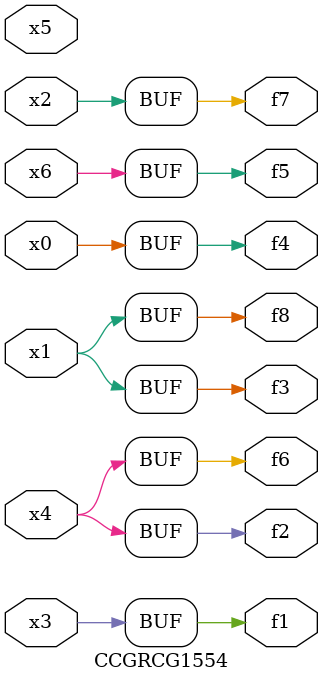
<source format=v>
module CCGRCG1554(
	input x0, x1, x2, x3, x4, x5, x6,
	output f1, f2, f3, f4, f5, f6, f7, f8
);
	assign f1 = x3;
	assign f2 = x4;
	assign f3 = x1;
	assign f4 = x0;
	assign f5 = x6;
	assign f6 = x4;
	assign f7 = x2;
	assign f8 = x1;
endmodule

</source>
